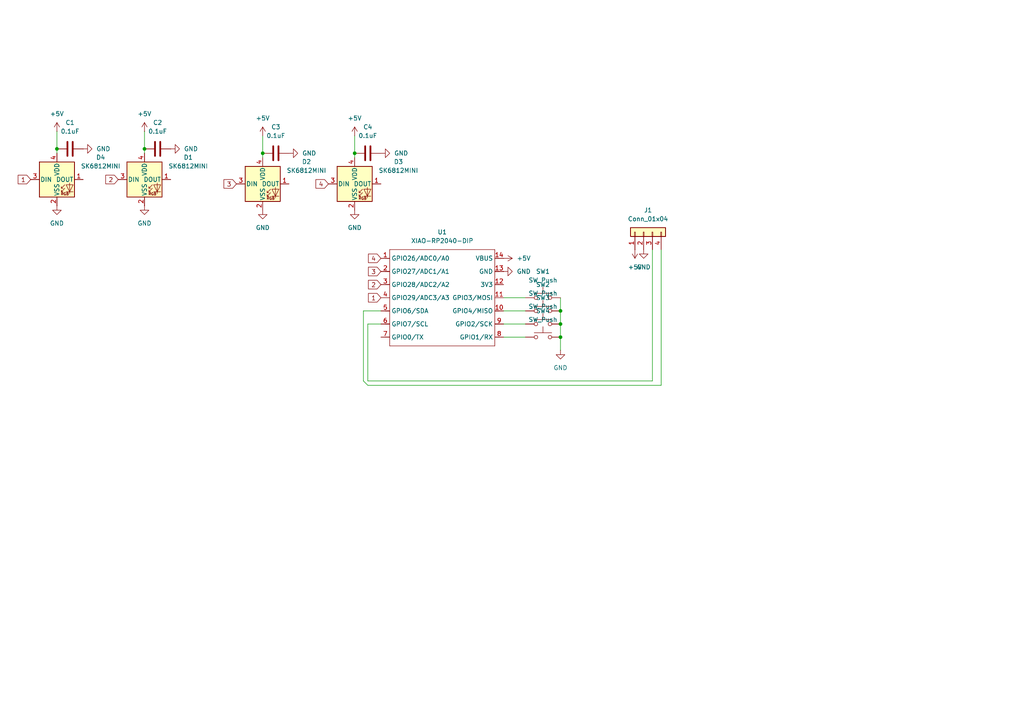
<source format=kicad_sch>
(kicad_sch (version 20250114) (generator "eeschema") (generator_version "9.0")
  (paper "A4")
  (lib_symbols
    (symbol "Connector_Generic:Conn_01x04" (pin_names (offset 1.016) (hide yes))
      (property "Reference" "J" (at 0 5.08 0))
      (property "Value" "Conn_01x04" (at 0 -7.62 0))
      (symbol "Conn_01x04_1_1"
        (rectangle (start -1.27 3.81) (end 1.27 -6.35) (stroke (width 0.254)) (fill (type background)))
        (rectangle (start -1.27 2.667) (end 0 2.413) (stroke (width 0.1524)))
        (rectangle (start -1.27 0.127) (end 0 -0.127) (stroke (width 0.1524)))
        (rectangle (start -1.27 -2.413) (end 0 -2.667) (stroke (width 0.1524)))
        (rectangle (start -1.27 -4.953) (end 0 -5.207) (stroke (width 0.1524)))
        (pin passive line (at -5.08 2.54 0) (length 3.81) (name "Pin_1") (number "1"))
        (pin passive line (at -5.08 0 0) (length 3.81) (name "Pin_2") (number "2"))
        (pin passive line (at -5.08 -2.54 0) (length 3.81) (name "Pin_3") (number "3"))
        (pin passive line (at -5.08 -5.08 0) (length 3.81) (name "Pin_4") (number "4"))
      )
    )
    (symbol "Device:C" (pin_numbers (hide yes)) (pin_names (offset 0.254))
      (property "Reference" "C" (at 0.635 2.54 0))
      (property "Value" "C" (at 0.635 -2.54 0))
      (symbol "C_0_1"
        (polyline (pts (xy -2.032 0.762) (xy 2.032 0.762)) (stroke (width 0.508)))
        (polyline (pts (xy -2.032 -0.762) (xy 2.032 -0.762)) (stroke (width 0.508)))
      )
      (symbol "C_1_1"
        (pin passive line (at 0 3.81 270) (length 2.794) (name "~") (number "1"))
        (pin passive line (at 0 -3.81 90) (length 2.794) (name "~") (number "2"))
      )
    )
    (symbol "LED:SK6812MINI" (pin_names (offset 0.254))
      (property "Reference" "D" (at 5.08 5.715 0))
      (property "Value" "SK6812MINI" (at 1.27 -5.715 0))
      (symbol "SK6812MINI_0_0"
        (text "RGB" (at 2.286 -4.191 0) (effects (font (size 0.762 0.762))))
      )
      (symbol "SK6812MINI_0_1"
        (polyline (pts (xy 1.27 -2.54) (xy 1.778 -2.54)))
        (polyline (pts (xy 1.27 -3.556) (xy 1.778 -3.556)))
        (polyline (pts (xy 2.286 -1.524) (xy 1.27 -2.54) (xy 1.27 -2.032)))
        (polyline (pts (xy 2.286 -2.54) (xy 1.27 -3.556) (xy 1.27 -3.048)))
        (polyline (pts (xy 3.683 -1.016) (xy 3.683 -3.556) (xy 3.683 -4.064)))
        (polyline (pts (xy 4.699 -1.524) (xy 2.667 -1.524) (xy 3.683 -3.556) (xy 4.699 -1.524)))
        (polyline (pts (xy 4.699 -3.556) (xy 2.667 -3.556)))
        (rectangle (start 5.08 5.08) (end -5.08 -5.08) (stroke (width 0.254)) (fill (type background)))
      )
      (symbol "SK6812MINI_1_1"
        (pin input line (at -7.62 0 0) (length 2.54) (name "DIN") (number "3"))
        (pin power_in line (at 0 7.62 270) (length 2.54) (name "VDD") (number "4"))
        (pin power_in line (at 0 -7.62 90) (length 2.54) (name "VSS") (number "2"))
        (pin output line (at 7.62 0 180) (length 2.54) (name "DOUT") (number "1"))
      )
    )
    (symbol "Seeed_Studio_XIAO_Series:XIAO-RP2040-DIP"
      (property "Reference" "U" (at 0 0 0))
      (property "Value" "XIAO-RP2040-DIP" (at 5.334 -1.778 0))
      (symbol "XIAO-RP2040-DIP_1_0"
        (polyline (pts (xy -1.27 -2.54) (xy 29.21 -2.54)) (stroke (width 0.1524)))
        (polyline (pts (xy -1.27 -5.08) (xy -2.54 -5.08)) (stroke (width 0.1524)))
        (polyline (pts (xy -1.27 -5.08) (xy -1.27 -2.54)) (stroke (width 0.1524)))
        (polyline (pts (xy -1.27 -8.89) (xy -2.54 -8.89)) (stroke (width 0.1524)))
        (polyline (pts (xy -1.27 -8.89) (xy -1.27 -5.08)) (stroke (width 0.1524)))
        (polyline (pts (xy -1.27 -12.7) (xy -2.54 -12.7)) (stroke (width 0.1524)))
        (polyline (pts (xy -1.27 -12.7) (xy -1.27 -8.89)) (stroke (width 0.1524)))
        (polyline (pts (xy -1.27 -16.51) (xy -2.54 -16.51)) (stroke (width 0.1524)))
        (polyline (pts (xy -1.27 -16.51) (xy -1.27 -12.7)) (stroke (width 0.1524)))
        (polyline (pts (xy -1.27 -20.32) (xy -2.54 -20.32)) (stroke (width 0.1524)))
        (polyline (pts (xy -1.27 -24.13) (xy -2.54 -24.13)) (stroke (width 0.1524)))
        (polyline (pts (xy -1.27 -27.94) (xy -2.54 -27.94)) (stroke (width 0.1524)))
        (polyline (pts (xy -1.27 -30.48) (xy -1.27 -16.51)) (stroke (width 0.1524)))
        (polyline (pts (xy 29.21 -2.54) (xy 29.21 -5.08)) (stroke (width 0.1524)))
        (polyline (pts (xy 29.21 -5.08) (xy 29.21 -8.89)) (stroke (width 0.1524)))
        (polyline (pts (xy 29.21 -8.89) (xy 29.21 -12.7)) (stroke (width 0.1524)))
        (polyline (pts (xy 29.21 -12.7) (xy 29.21 -30.48)) (stroke (width 0.1524)))
        (polyline (pts (xy 29.21 -30.48) (xy -1.27 -30.48)) (stroke (width 0.1524)))
        (polyline (pts (xy 30.48 -5.08) (xy 29.21 -5.08)) (stroke (width 0.1524)))
        (polyline (pts (xy 30.48 -8.89) (xy 29.21 -8.89)) (stroke (width 0.1524)))
        (polyline (pts (xy 30.48 -12.7) (xy 29.21 -12.7)) (stroke (width 0.1524)))
        (polyline (pts (xy 30.48 -16.51) (xy 29.21 -16.51)) (stroke (width 0.1524)))
        (polyline (pts (xy 30.48 -20.32) (xy 29.21 -20.32)) (stroke (width 0.1524)))
        (polyline (pts (xy 30.48 -24.13) (xy 29.21 -24.13)) (stroke (width 0.1524)))
        (polyline (pts (xy 30.48 -27.94) (xy 29.21 -27.94)) (stroke (width 0.1524)))
        (pin passive line (at -3.81 -5.08 0) (length 2.54) (name "GPIO26/ADC0/A0") (number "1"))
        (pin passive line (at -3.81 -8.89 0) (length 2.54) (name "GPIO27/ADC1/A1") (number "2"))
        (pin passive line (at -3.81 -12.7 0) (length 2.54) (name "GPIO28/ADC2/A2") (number "3"))
        (pin passive line (at -3.81 -16.51 0) (length 2.54) (name "GPIO29/ADC3/A3") (number "4"))
        (pin passive line (at -3.81 -20.32 0) (length 2.54) (name "GPIO6/SDA") (number "5"))
        (pin passive line (at -3.81 -24.13 0) (length 2.54) (name "GPIO7/SCL") (number "6"))
        (pin passive line (at -3.81 -27.94 0) (length 2.54) (name "GPIO0/TX") (number "7"))
        (pin passive line (at 31.75 -5.08 180) (length 2.54) (name "VBUS") (number "14"))
        (pin passive line (at 31.75 -8.89 180) (length 2.54) (name "GND") (number "13"))
        (pin passive line (at 31.75 -12.7 180) (length 2.54) (name "3V3") (number "12"))
        (pin passive line (at 31.75 -16.51 180) (length 2.54) (name "GPIO3/MOSI") (number "11"))
        (pin passive line (at 31.75 -20.32 180) (length 2.54) (name "GPIO4/MISO") (number "10"))
        (pin passive line (at 31.75 -24.13 180) (length 2.54) (name "GPIO2/SCK") (number "9"))
        (pin passive line (at 31.75 -27.94 180) (length 2.54) (name "GPIO1/RX") (number "8"))
      )
    )
    (symbol "Switch:SW_Push" (pin_numbers (hide yes)) (pin_names (offset 1.016) (hide yes))
      (property "Reference" "SW" (at 1.27 2.54 0))
      (property "Value" "SW_Push" (at 0 -1.524 0))
      (symbol "SW_Push_0_1"
        (circle (center -2.032 0) (radius 0.508))
        (polyline (pts (xy 0 1.27) (xy 0 3.048)))
        (circle (center 2.032 0) (radius 0.508))
        (polyline (pts (xy 2.54 1.27) (xy -2.54 1.27)))
        (pin passive line (at -5.08 0 0) (length 2.54) (name "1") (number "1"))
        (pin passive line (at 5.08 0 180) (length 2.54) (name "2") (number "2"))
      )
    )
    (symbol "power:+5V" (power) (pin_numbers (hide yes)) (pin_names (offset 0) (hide yes))
      (property "Value" "+5V" (at 0 3.556 0))
      (symbol "+5V_0_1"
        (polyline (pts (xy -0.762 1.27) (xy 0 2.54)))
        (polyline (pts (xy 0 2.54) (xy 0.762 1.27)))
        (polyline (pts (xy 0 0) (xy 0 2.54)))
      )
      (symbol "+5V_1_1"
        (pin power_in line (at 0 0 90) (length 0) (name "~") (number "1"))
      )
    )
    (symbol "power:GND" (power) (pin_numbers (hide yes)) (pin_names (offset 0) (hide yes))
      (property "Value" "GND" (at 0 -3.81 0))
      (symbol "GND_0_1"
        (polyline (pts (xy 0 0) (xy 0 -1.27) (xy 1.27 -1.27) (xy 0 -2.54) (xy -1.27 -1.27) (xy 0 -1.27)))
      )
      (symbol "GND_1_1"
        (pin power_in line (at 0 0 270) (length 0) (name "~") (number "1"))
      )
    )
  )
  (junction (at 162.56 97.79))
  (junction (at 162.56 90.17))
  (junction (at 162.56 93.98))
  (junction (at 41.91 43.18))
  (junction (at 76.2 44.45))
  (junction (at 102.87 44.45))
  (junction (at 16.51 43.18))
  (wire (pts (xy 191.77 72.39) (xy 191.77 111.76)))
  (wire (pts (xy 189.23 72.39) (xy 189.23 110.49)))
  (wire (pts (xy 41.91 38.1) (xy 41.91 43.18)))
  (wire (pts (xy 191.77 111.76) (xy 106.68 111.76)))
  (wire (pts (xy 106.68 93.98) (xy 106.68 110.49)))
  (wire (pts (xy 106.68 110.49) (xy 189.23 110.49)))
  (wire (pts (xy 105.41 90.17) (xy 110.49 90.17)))
  (wire (pts (xy 106.68 111.76) (xy 105.41 110.49)))
  (wire (pts (xy 106.68 93.98) (xy 110.49 93.98)))
  (wire (pts (xy 146.05 93.98) (xy 152.4 93.98)))
  (wire (pts (xy 162.56 90.17) (xy 162.56 93.98)))
  (wire (pts (xy 16.51 38.1) (xy 16.51 43.18)))
  (wire (pts (xy 76.2 44.45) (xy 76.2 45.72)))
  (wire (pts (xy 41.91 43.18) (xy 41.91 44.45)))
  (wire (pts (xy 76.2 39.37) (xy 76.2 44.45)))
  (wire (pts (xy 152.4 90.17) (xy 146.05 90.17)))
  (wire (pts (xy 105.41 90.17) (xy 105.41 110.49)))
  (wire (pts (xy 102.87 39.37) (xy 102.87 44.45)))
  (wire (pts (xy 162.56 86.36) (xy 162.56 90.17)))
  (wire (pts (xy 16.51 43.18) (xy 16.51 44.45)))
  (wire (pts (xy 162.56 93.98) (xy 162.56 97.79)))
  (wire (pts (xy 162.56 97.79) (xy 162.56 101.6)))
  (wire (pts (xy 152.4 86.36) (xy 146.05 86.36)))
  (wire (pts (xy 102.87 44.45) (xy 102.87 45.72)))
  (wire (pts (xy 146.05 97.79) (xy 152.4 97.79)))
  (global_label "2" (shape input) (at 110.49 82.55 180) (property "Intersheetrefs" "${INTERSHEET_REFS}" (effects (hide yes))))
  (global_label "4" (shape input) (at 95.25 53.34 180) (property "Intersheetrefs" "${INTERSHEET_REFS}" (effects (hide yes))))
  (global_label "3" (shape input) (at 68.58 53.34 180) (property "Intersheetrefs" "${INTERSHEET_REFS}" (effects (hide yes))))
  (global_label "4" (shape input) (at 110.49 74.93 180) (property "Intersheetrefs" "${INTERSHEET_REFS}" (effects (hide yes))))
  (global_label "1" (shape input) (at 110.49 86.36 180) (property "Intersheetrefs" "${INTERSHEET_REFS}" (effects (hide yes))))
  (global_label "2" (shape input) (at 34.29 52.07 180) (property "Intersheetrefs" "${INTERSHEET_REFS}" (effects (hide yes))))
  (global_label "3" (shape input) (at 110.49 78.74 180) (property "Intersheetrefs" "${INTERSHEET_REFS}" (effects (hide yes))))
  (global_label "1" (shape input) (at 8.89 52.07 180) (property "Intersheetrefs" "${INTERSHEET_REFS}" (effects (hide yes))))
  (symbol (lib_id "power:GND") (at 16.51 59.69 0) (unit 1)
    (property "Reference" "#PWR06" (effects (hide yes)))
    (property "Value" "GND" (at 16.51 64.77 0))
    (property "Description" "Power symbol creates a global label with name \"GND\" , ground" (effects (hide yes)))
  )
  (symbol (lib_id "Device:C") (at 20.32 43.18 90) (unit 1)
    (property "Reference" "C1" (at 20.32 35.56 90))
    (property "Value" "0.1uF" (at 20.32 38.1 90))
    (property "Footprint" "Capacitor_THT:C_Axial_L3.8mm_D2.6mm_P7.50mm_Horizontal" (effects (hide yes)))
    (property "Description" "Unpolarized capacitor" (effects (hide yes)))
  )
  (symbol (lib_id "Seeed_Studio_XIAO_Series:XIAO-RP2040-DIP") (at 114.3 69.85 0) (unit 1)
    (property "Reference" "U1" (at 128.27 67.31 0))
    (property "Value" "XIAO-RP2040-DIP" (at 128.27 69.85 0))
    (property "Footprint" "seeed:XIAO-RP2040-DIP" (effects (hide yes)))
  )
  (symbol (lib_id "Switch:SW_Push") (at 157.48 93.98 0) (unit 1)
    (property "Reference" "SW3" (at 157.48 86.36 0))
    (property "Value" "SW_Push" (at 157.48 88.9 0))
    (property "Footprint" "Button_Switch_Keyboard:SW_Cherry_MX_1.00u_PCB" (effects (hide yes)))
    (property "Description" "Push button switch, generic, two pins" (effects (hide yes)))
  )
  (symbol (lib_id "Connector_Generic:Conn_01x04") (at 186.69 67.31 90) (unit 1)
    (property "Reference" "J1" (at 187.96 60.96 90))
    (property "Value" "Conn_01x04" (at 187.96 63.5 90))
    (property "Footprint" "Connector_PinSocket_2.54mm:PinSocket_1x04_P2.54mm_Vertical" (effects (hide yes)))
    (property "Description" "Generic connector, single row, 01x04, script generated (kicad-library-utils/schlib/autogen/connector/)" (effects (hide yes)))
  )
  (symbol (lib_id "power:GND") (at 162.56 101.6 0) (unit 1)
    (property "Reference" "#PWR01" (effects (hide yes)))
    (property "Value" "GND" (at 162.56 106.68 0))
    (property "Description" "Power symbol creates a global label with name \"GND\" , ground" (effects (hide yes)))
  )
  (symbol (lib_id "power:GND") (at 41.91 59.69 0) (unit 1)
    (property "Reference" "#PWR07" (effects (hide yes)))
    (property "Value" "GND" (at 41.91 64.77 0))
    (property "Description" "Power symbol creates a global label with name \"GND\" , ground" (effects (hide yes)))
  )
  (symbol (lib_id "Switch:SW_Push") (at 157.48 97.79 0) (unit 1)
    (property "Reference" "SW4" (at 157.48 90.17 0))
    (property "Value" "SW_Push" (at 157.48 92.71 0))
    (property "Footprint" "Button_Switch_Keyboard:SW_Cherry_MX_1.00u_PCB" (effects (hide yes)))
    (property "Description" "Push button switch, generic, two pins" (effects (hide yes)))
  )
  (symbol (lib_id "LED:SK6812MINI") (at 41.91 52.07 0) (unit 1)
    (property "Reference" "D1" (at 54.61 45.6498 0))
    (property "Value" "SK6812MINI" (at 54.61 48.1898 0))
    (property "Footprint" "LED_SMD:LED_SK6812MINI_PLCC4_3.5x3.5mm_P1.75mm" (effects (hide yes)))
    (property "Datasheet" "https://cdn-shop.adafruit.com/product-files/2686/SK6812MINI_REV.01-1-2.pdf" (effects (hide yes)))
    (property "Description" "RGB LED with integrated controller" (effects (hide yes)))
  )
  (symbol (lib_id "power:GND") (at 102.87 60.96 0) (unit 1)
    (property "Reference" "#PWR09" (effects (hide yes)))
    (property "Value" "GND" (at 102.87 66.04 0))
    (property "Description" "Power symbol creates a global label with name \"GND\" , ground" (effects (hide yes)))
  )
  (symbol (lib_id "power:GND") (at 110.49 44.45 90) (unit 1)
    (property "Reference" "#PWR017" (effects (hide yes)))
    (property "Value" "GND" (at 114.3 44.4499 90) (effects (justify right)))
    (property "Description" "Power symbol creates a global label with name \"GND\" , ground" (effects (hide yes)))
  )
  (symbol (lib_id "Device:C") (at 80.01 44.45 90) (unit 1)
    (property "Reference" "C3" (at 80.01 36.83 90))
    (property "Value" "0.1uF" (at 80.01 39.37 90))
    (property "Footprint" "Capacitor_THT:C_Axial_L3.8mm_D2.6mm_P7.50mm_Horizontal" (effects (hide yes)))
    (property "Description" "Unpolarized capacitor" (effects (hide yes)))
  )
  (symbol (lib_id "power:GND") (at 49.53 43.18 90) (unit 1)
    (property "Reference" "#PWR015" (effects (hide yes)))
    (property "Value" "GND" (at 53.34 43.1799 90) (effects (justify right)))
    (property "Description" "Power symbol creates a global label with name \"GND\" , ground" (effects (hide yes)))
  )
  (symbol (lib_id "power:+5V") (at 76.2 39.37 0) (unit 1)
    (property "Reference" "#PWR012" (effects (hide yes)))
    (property "Value" "+5V" (at 76.2 34.29 0))
    (property "Description" "Power symbol creates a global label with name \"+5V\"" (effects (hide yes)))
  )
  (symbol (lib_id "power:GND") (at 146.05 78.74 90) (unit 1)
    (property "Reference" "#PWR04" (effects (hide yes)))
    (property "Value" "GND" (at 149.86 78.7399 90) (effects (justify right)))
    (property "Description" "Power symbol creates a global label with name \"GND\" , ground" (effects (hide yes)))
  )
  (symbol (lib_id "power:+5V") (at 102.87 39.37 0) (unit 1)
    (property "Reference" "#PWR013" (effects (hide yes)))
    (property "Value" "+5V" (at 102.87 34.29 0))
    (property "Description" "Power symbol creates a global label with name \"+5V\"" (effects (hide yes)))
  )
  (symbol (lib_id "LED:SK6812MINI") (at 16.51 52.07 0) (unit 1)
    (property "Reference" "D4" (at 29.21 45.6498 0))
    (property "Value" "SK6812MINI" (at 29.21 48.1898 0))
    (property "Footprint" "LED_SMD:LED_SK6812MINI_PLCC4_3.5x3.5mm_P1.75mm" (effects (hide yes)))
    (property "Datasheet" "https://cdn-shop.adafruit.com/product-files/2686/SK6812MINI_REV.01-1-2.pdf" (effects (hide yes)))
    (property "Description" "RGB LED with integrated controller" (effects (hide yes)))
  )
  (symbol (lib_id "power:+5V") (at 16.51 38.1 0) (unit 1)
    (property "Reference" "#PWR010" (effects (hide yes)))
    (property "Value" "+5V" (at 16.51 33.02 0))
    (property "Description" "Power symbol creates a global label with name \"+5V\"" (effects (hide yes)))
  )
  (symbol (lib_id "power:+5V") (at 184.15 72.39 180) (unit 1)
    (property "Reference" "#PWR05" (effects (hide yes)))
    (property "Value" "+5V" (at 184.15 77.47 0))
    (property "Description" "Power symbol creates a global label with name \"+5V\"" (effects (hide yes)))
  )
  (symbol (lib_id "LED:SK6812MINI") (at 76.2 53.34 0) (unit 1)
    (property "Reference" "D2" (at 88.9 46.9198 0))
    (property "Value" "SK6812MINI" (at 88.9 49.4598 0))
    (property "Footprint" "LED_SMD:LED_SK6812MINI_PLCC4_3.5x3.5mm_P1.75mm" (effects (hide yes)))
    (property "Datasheet" "https://cdn-shop.adafruit.com/product-files/2686/SK6812MINI_REV.01-1-2.pdf" (effects (hide yes)))
    (property "Description" "RGB LED with integrated controller" (effects (hide yes)))
  )
  (symbol (lib_id "LED:SK6812MINI") (at 102.87 53.34 0) (unit 1)
    (property "Reference" "D3" (at 115.57 46.9198 0))
    (property "Value" "SK6812MINI" (at 115.57 49.4598 0))
    (property "Footprint" "LED_SMD:LED_SK6812MINI_PLCC4_3.5x3.5mm_P1.75mm" (effects (hide yes)))
    (property "Datasheet" "https://cdn-shop.adafruit.com/product-files/2686/SK6812MINI_REV.01-1-2.pdf" (effects (hide yes)))
    (property "Description" "RGB LED with integrated controller" (effects (hide yes)))
  )
  (symbol (lib_id "power:GND") (at 83.82 44.45 90) (unit 1)
    (property "Reference" "#PWR016" (effects (hide yes)))
    (property "Value" "GND" (at 87.63 44.4499 90) (effects (justify right)))
    (property "Description" "Power symbol creates a global label with name \"GND\" , ground" (effects (hide yes)))
  )
  (symbol (lib_id "power:GND") (at 24.13 43.18 90) (unit 1)
    (property "Reference" "#PWR014" (effects (hide yes)))
    (property "Value" "GND" (at 27.94 43.1799 90) (effects (justify right)))
    (property "Description" "Power symbol creates a global label with name \"GND\" , ground" (effects (hide yes)))
  )
  (symbol (lib_id "Device:C") (at 106.68 44.45 90) (unit 1)
    (property "Reference" "C4" (at 106.68 36.83 90))
    (property "Value" "0.1uF" (at 106.68 39.37 90))
    (property "Footprint" "Capacitor_THT:C_Axial_L3.8mm_D2.6mm_P7.50mm_Horizontal" (effects (hide yes)))
    (property "Description" "Unpolarized capacitor" (effects (hide yes)))
  )
  (symbol (lib_id "power:+5V") (at 146.05 74.93 270) (unit 1)
    (property "Reference" "#PWR03" (effects (hide yes)))
    (property "Value" "+5V" (at 149.86 74.9299 90) (effects (justify left)))
    (property "Description" "Power symbol creates a global label with name \"+5V\"" (effects (hide yes)))
  )
  (symbol (lib_id "Switch:SW_Push") (at 157.48 86.36 0) (unit 1)
    (property "Reference" "SW1" (at 157.48 78.74 0))
    (property "Value" "SW_Push" (at 157.48 81.28 0))
    (property "Footprint" "Button_Switch_Keyboard:SW_Cherry_MX_1.00u_PCB" (effects (hide yes)))
    (property "Description" "Push button switch, generic, two pins" (effects (hide yes)))
  )
  (symbol (lib_id "power:GND") (at 76.2 60.96 0) (unit 1)
    (property "Reference" "#PWR08" (effects (hide yes)))
    (property "Value" "GND" (at 76.2 66.04 0))
    (property "Description" "Power symbol creates a global label with name \"GND\" , ground" (effects (hide yes)))
  )
  (symbol (lib_id "power:GND") (at 186.69 72.39 0) (unit 1)
    (property "Reference" "#PWR02" (effects (hide yes)))
    (property "Value" "GND" (at 186.69 77.47 0))
    (property "Description" "Power symbol creates a global label with name \"GND\" , ground" (effects (hide yes)))
  )
  (symbol (lib_id "Switch:SW_Push") (at 157.48 90.17 0) (unit 1)
    (property "Reference" "SW2" (at 157.48 82.55 0))
    (property "Value" "SW_Push" (at 157.48 85.09 0))
    (property "Footprint" "Button_Switch_Keyboard:SW_Cherry_MX_1.00u_PCB" (effects (hide yes)))
    (property "Description" "Push button switch, generic, two pins" (effects (hide yes)))
  )
  (symbol (lib_id "power:+5V") (at 41.91 38.1 0) (unit 1)
    (property "Reference" "#PWR011" (effects (hide yes)))
    (property "Value" "+5V" (at 41.91 33.02 0))
    (property "Description" "Power symbol creates a global label with name \"+5V\"" (effects (hide yes)))
  )
  (symbol (lib_id "Device:C") (at 45.72 43.18 90) (unit 1)
    (property "Reference" "C2" (at 45.72 35.56 90))
    (property "Value" "0.1uF" (at 45.72 38.1 90))
    (property "Footprint" "Capacitor_THT:C_Axial_L3.8mm_D2.6mm_P7.50mm_Horizontal" (effects (hide yes)))
    (property "Description" "Unpolarized capacitor" (effects (hide yes)))
  )
)
</source>
